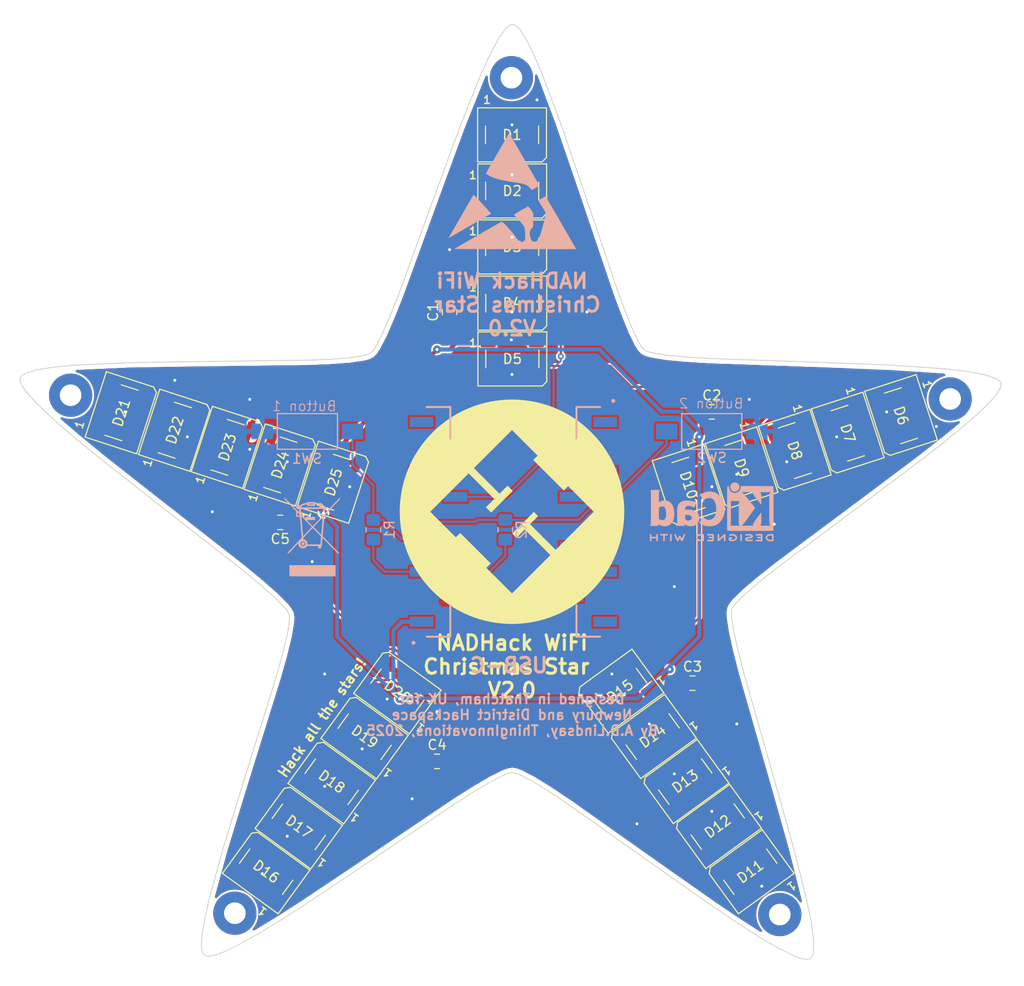
<source format=kicad_pcb>
(kicad_pcb (version 20241229) (generator "pcbnew") (generator_version "9.0")
  (layers (0 "F.Cu" signal) (2 "B.Cu" signal) (13 "F.Paste" user) (15 "B.Paste" user) (5 "F.SilkS" user "F.Silkscreen") (7 "B.SilkS" user "B.Silkscreen") (1 "F.Mask" user) (3 "B.Mask" user) (25 "Edge.Cuts" user))
  (net 0 "")
  (net 1 "5V_USB")
  (net 2 "/LED_STRIP")
  (net 3 "Net-(D1-DOUT)")
  (net 4 "Net-(D2-DOUT)")
  (net 5 "Net-(D3-DOUT)")
  (net 6 "Net-(D4-DOUT)")
  (net 7 "Net-(D5-DOUT)")
  (net 8 "Net-(D6-DOUT)")
  (net 9 "Net-(D7-DOUT)")
  (net 10 "Net-(D8-DOUT)")
  (net 11 "Net-(D10-DIN)")
  (net 12 "Net-(D10-DOUT)")
  (net 13 "Net-(D11-DOUT)")
  (net 14 "Net-(D12-DOUT)")
  (net 15 "Net-(D13-DOUT)")
  (net 16 "Net-(D14-DOUT)")
  (net 17 "Net-(D15-DOUT)")
  (net 18 "Net-(D16-DOUT)")
  (net 19 "Net-(D17-DOUT)")
  (net 20 "Net-(D18-DOUT)")
  (net 21 "Net-(D19-DOUT)")
  (net 22 "GND")
  (net 23 "Net-(D20-DOUT)")
  (net 24 "Net-(D21-DOUT)")
  (net 25 "Net-(D22-DOUT)")
  (net 26 "Net-(D23-DOUT)")
  (net 27 "Net-(D24-DOUT)")
  (net 29 "/GPIO1")
  (net 31 "/3V3")
  (net 33 "/GPIO0")
  (footprint "LED_SMD:LED_WS2812B_PLCC4_5.0x5.0mm_P3.2mm" (layer "F.Cu") (at 149.880788 57.528045)
    (property "Reference" "D2")
    (property "Value" "WS2812B" (hide yes))
  )
  (footprint "MountingHole:MountingHole_2.2mm_M2_Pad" (layer "F.Cu") (at 194.421414 78.697463)
    (property "Reference" "H3" (hide yes))
    (property "Value" "MountingHole" (hide yes))
  )
  (footprint "LED_SMD:LED_WS2812B_PLCC4_5.0x5.0mm_P3.2mm" (layer "F.Cu") (at 131.711468 87.168073 72)
    (property "Reference" "D25")
    (property "Value" "WS2812B" (hide yes))
  )
  (footprint "LED_SMD:LED_WS2812B_PLCC4_5.0x5.0mm_P3.2mm" (layer "F.Cu") (at 184.004872 82.181529 -72)
    (property "Reference" "D7")
    (property "Value" "WS2812B" (hide yes))
  )
  (footprint "MyGraphics:NADHack-Small" (layer "F.Cu") (at 149.86 90.17)
    (property "Reference" "REF**" (hide yes))
    (property "Value" "NADHack-Small" (hide yes))
  )
  (footprint "Capacitor_SMD:C_0805_2012Metric_Pad1.18x1.45mm_HandSolder" (layer "F.Cu") (at 143.51 69.85 90)
    (property "Reference" "C1")
    (property "Value" "100nF" (hide yes))
  )
  (footprint "LED_SMD:LED_WS2812B_PLCC4_5.0x5.0mm_P3.2mm" (layer "F.Cu") (at 131.524486 117.644919 144)
    (property "Reference" "D18")
    (property "Value" "WS2812B" (hide yes))
  )
  (footprint "MountingHole:MountingHole_2.2mm_M2_Pad" (layer "F.Cu") (at 104.970372 78.314655)
    (property "Reference" "H2" (hide yes))
    (property "Value" "MountingHole" (hide yes))
  )
  (footprint "Capacitor_SMD:C_0805_2012Metric_Pad1.18x1.45mm_HandSolder" (layer "F.Cu") (at 170.18 80.01)
    (property "Reference" "C2")
    (property "Value" "100nF" (hide yes))
  )
  (footprint "Capacitor_SMD:C_0805_2012Metric_Pad1.18x1.45mm_HandSolder" (layer "F.Cu") (at 168.219529 107.613382)
    (property "Reference" "C3")
    (property "Value" "100nF" (hide yes))
  )
  (footprint "LED_SMD:LED_WS2812B_PLCC4_5.0x5.0mm_P3.2mm" (layer "F.Cu") (at 174.098997 126.8 -144)
    (property "Reference" "D11")
    (property "Value" "WS2812B" (hide yes))
  )
  (footprint "LED_SMD:LED_WS2812B_PLCC4_5.0x5.0mm_P3.2mm" (layer "F.Cu") (at 149.8956 74.620436)
    (property "Reference" "D5")
    (property "Value" "WS2812B" (hide yes))
  )
  (footprint "LED_SMD:LED_WS2812B_PLCC4_5.0x5.0mm_P3.2mm" (layer "F.Cu") (at 149.879046 63.226476)
    (property "Reference" "D3")
    (property "Value" "WS2812B" (hide yes))
  )
  (footprint "LED_SMD:LED_WS2812B_PLCC4_5.0x5.0mm_P3.2mm" (layer "F.Cu") (at 128.180968 122.22846 144)
    (property "Reference" "D17")
    (property "Value" "WS2812B" (hide yes))
  )
  (footprint "Capacitor_SMD:C_0805_2012Metric_Pad1.18x1.45mm_HandSolder" (layer "F.Cu") (at 142.24 115.57)
    (property "Reference" "C4")
    (property "Value" "100nF" (hide yes))
  )
  (footprint "LED_SMD:LED_WS2812B_PLCC4_5.0x5.0mm_P3.2mm" (layer "F.Cu") (at 167.480249 117.622252 -144)
    (property "Reference" "D13")
    (property "Value" "WS2812B" (hide yes))
  )
  (footprint "LED_SMD:LED_WS2812B_PLCC4_5.0x5.0mm_P3.2mm" (layer "F.Cu") (at 149.864327 51.825447)
    (property "Reference" "D1")
    (property "Value" "WS2812B" (hide yes))
  )
  (footprint "LED_SMD:LED_WS2812B_PLCC4_5.0x5.0mm_P3.2mm" (layer "F.Cu") (at 115.573189 81.875971 72)
    (property "Reference" "D22")
    (property "Value" "WS2812B" (hide yes))
  )
  (footprint "MountingHole:MountingHole_2.2mm_M2_Pad" (layer "F.Cu") (at 121.674966 131.018278)
    (property "Reference" "H4" (hide yes))
    (property "Value" "MountingHole" (hide yes))
  )
  (footprint "LED_SMD:LED_WS2812B_PLCC4_5.0x5.0mm_P3.2mm" (layer "F.Cu") (at 178.618756 83.94309 -72)
    (property "Reference" "D8")
    (property "Value" "WS2812B" (hide yes))
  )
  (footprint "LED_SMD:LED_WS2812B_PLCC4_5.0x5.0mm_P3.2mm" (layer "F.Cu") (at 124.856551 126.8 144)
    (property "Reference" "D16")
    (property "Value" "WS2812B" (hide yes))
  )
  (footprint "LED_SMD:LED_WS2812B_PLCC4_5.0x5.0mm_P3.2mm" (layer "F.Cu") (at 149.892702 68.945143)
    (property "Reference" "D4")
    (property "Value" "WS2812B" (hide yes))
  )
  (footprint "LED_SMD:LED_WS2812B_PLCC4_5.0x5.0mm_P3.2mm" (layer "F.Cu") (at 126.306757 85.406949 72)
    (property "Reference" "D24")
    (property "Value" "WS2812B" (hide yes))
  )
  (footprint "MountingHole:MountingHole_2.2mm_M2_Pad" (layer "F.Cu") (at 177.092341 131.155072)
    (property "Reference" "H5" (hide yes))
    (property "Value" "MountingHole" (hide yes))
  )
  (footprint "Capacitor_SMD:C_0805_2012Metric_Pad1.18x1.45mm_HandSolder" (layer "F.Cu") (at 126.289222 91.258685 180)
    (property "Reference" "C5")
    (property "Value" "100nF" (hide yes))
  )
  (footprint "LED_SMD:LED_WS2812B_PLCC4_5.0x5.0mm_P3.2mm" (layer "F.Cu") (at 164.164112 113.033549 -144)
    (property "Reference" "D14")
    (property "Value" "WS2812B" (hide yes))
  )
  (footprint "LED_SMD:LED_WS2812B_PLCC4_5.0x5.0mm_P3.2mm" (layer "F.Cu") (at 167.819853 87.462647 -72)
    (property "Reference" "D10")
    (property "Value" "WS2812B" (hide yes))
  )
  (footprint "LED_SMD:LED_WS2812B_PLCC4_5.0x5.0mm_P3.2mm" (layer "F.Cu") (at 110.143853 80.097562 72)
    (property "Reference" "D21")
    (property "Value" "WS2812B" (hide yes))
  )
  (footprint "LED_SMD:LED_WS2812B_PLCC4_5.0x5.0mm_P3.2mm" (layer "F.Cu") (at 170.783643 122.201837 -144)
    (property "Reference" "D12")
    (property "Value" "WS2812B" (hide yes))
  )
  (footprint "LED_SMD:LED_WS2812B_PLCC4_5.0x5.0mm_P3.2mm" (layer "F.Cu") (at 189.421586 80.396297 -72)
    (property "Reference" "D6")
    (property "Value" "WS2812B" (hide yes))
  )
  (footprint "LED_SMD:LED_WS2812B_PLCC4_5.0x5.0mm_P3.2mm" (layer "F.Cu") (at 134.86672 113.072914 144)
    (property "Reference" "D19")
    (property "Value" "WS2812B" (hide yes))
  )
  (footprint "MountingHole:MountingHole_2.2mm_M2_Pad" (layer "F.Cu") (at 149.801613 46.007789)
    (property "Reference" "H1" (hide yes))
    (property "Value" "MountingHole" (hide yes))
  )
  (footprint "LED_SMD:LED_WS2812B_PLCC4_5.0x5.0mm_P3.2mm" (layer "F.Cu") (at 173.208927 85.714023 -72)
    (property "Reference" "D9")
    (property "Value" "WS2812B" (hide yes))
  )
  (footprint "LED_SMD:LED_WS2812B_PLCC4_5.0x5.0mm_P3.2mm" (layer "F.Cu") (at 138.203747 108.484304 144)
    (property "Reference" "D20")
    (property "Value" "WS2812B" (hide yes))
  )
  (footprint "LED_SMD:LED_WS2812B_PLCC4_5.0x5.0mm_P3.2mm" (layer "F.Cu") (at 160.848048 108.428592 -144)
    (property "Reference" "D15")
    (property "Value" "WS2812B" (hide yes))
  )
  (footprint "LED_SMD:LED_WS2812B_PLCC4_5.0x5.0mm_P3.2mm" (layer "F.Cu") (at 120.930997 83.621419 72)
    (property "Reference" "D23")
    (property "Value" "WS2812B" (hide yes))
  )
  (footprint "Symbol:ESD-Logo_13.2x12mm_SilkScreen" (layer "B.Cu") (at 149.880788 57.528045 180)
    (property "Reference" "REF**" (hide yes))
    (property "Value" "ESD-Logo_13.2x12mm_SilkScreen" (hide yes))
  )
  (footprint "Symbol:WEEE-Logo_5.6x8mm_SilkScreen" (layer "B.Cu") (at 129.54 92.71 180)
    (property "Reference" "REF**" (hide yes))
    (property "Value" "WEEE-Logo_5.6x8mm_SilkScreen" (hide yes))
  )
  (footprint "Symbol:KiCad-Logo2_5mm_SilkScreen" (layer "B.Cu") (at 170.18 90.17 180)
    (property "Reference" "REF**" (hide yes))
    (property "Value" "KiCad-Logo2_5mm_SilkScreen" (hide yes))
  )
  (footprint "Button_Switch_SMD:SW_SPST_FSMSM" (layer "B.Cu") (at 170.18 82 180)
    (property "Reference" "SW2")
    (property "Value" "SW_Push" (hide yes))
  )
  (footprint "Button_Switch_SMD:SW_SPST_FSMSM" (layer "B.Cu") (at 129.05 82)
    (property "Reference" "SW1")
    (property "Value" "SW_Push" (hide yes))
  )
  (footprint "Resistor_SMD:R_0805_2012Metric_Pad1.20x1.40mm_HandSolder" (layer "B.Cu") (at 135.759741 92 90)
    (property "Reference" "R1")
    (property "Value" "10K" (hide yes))
  )
  (footprint "Resistor_SMD:R_0805_2012Metric_Pad1.20x1.40mm_HandSolder" (layer "B.Cu") (at 149.177275 92 90)
    (property "Reference" "R2")
    (property "Value" "10K" (hide yes))
  )
  (footprint "SSW-109-22-F-S-VS:SAMTEC_SSW-109-22-X-S-VS" (layer "B.Cu") (at 157.62 91.2 -90)
    (property "Reference" "J2" (hide yes))
    (property "Value" "SSW-109-22-X-S-VS" (hide yes))
  )
  (footprint "SSW-109-22-F-S-VS:SAMTEC_SSW-109-22-X-S-VS" (layer "B.Cu") (at 142.38 91.2 90)
    (property "Reference" "J1" (hide yes))
    (property "Value" "SSW-109-22-X-S-VS" (hide yes))
  )
  (gr_poly (pts (xy 150.173545 40.662787) (xy 150.486668 40.923435) (xy 150.827271 41.346248) (xy 151.193276 41.920005) (xy 151.993174 43.475464) (xy 152.86973 45.500034) (xy 154.786294 50.597408) (xy 156.809915 56.493922) (xy 160.646118 67.811543) (xy 161.464186 70.018213) (xy 162.192597 71.796238) (xy 162.81472 73.055842) (xy 163.080726 73.463181) (xy 163.313924 73.707249) (xy 163.622025 73.860842) (xy 164.098202 73.998988) (xy 165.508859 74.233868) (xy 167.45404 74.421745) (xy 169.841895 74.572477) (xy 181.982982 75.001095) (xy 188.321389 75.248817) (xy 193.858609 75.623957) (xy 196.097142 75.883952) (xy 197.85982 76.205372) (xy 199.05479 76.598076) (xy 199.410681 76.824239) (xy 199.5902 77.071919) (xy 199.590205 77.071914) (xy 199.590207 77.071912) (xy 199.590209 77.07191) (xy 199.59021 77.071908) (xy 199.590211 77.071907) (xy 199.590212 77.071906) (xy 199.590212 77.071905) (xy 199.590213 77.071905) (xy 199.590213 77.071904) (xy 199.590213 77.071903) (xy 199.590214 77.071902) (xy 199.590214 77.071901) (xy 199.590214 77.0719) (xy 199.590215 77.071899) (xy 199.590215 77.071898) (xy 199.590215 77.071896) (xy 199.590215 77.071894) (xy 199.590215 77.071889) (xy 199.594852 77.368539) (xy 199.443721 77.746882) (xy 199.146853 78.201472) (xy 198.714278 78.726864) (xy 197.48213 79.968276) (xy 195.827519 81.427558) (xy 193.830687 83.06115) (xy 191.571876 84.825492) (xy 186.58929 88.572191) (xy 177.011043 95.717973) (xy 175.165171 97.177901) (xy 173.69926 98.420102) (xy 172.693553 99.401018) (xy 172.388352 99.779881) (xy 172.228292 100.077088) (xy 172.177426 100.417574) (xy 172.19319 100.913135) (xy 172.405725 102.327333) (xy 172.828139 104.235369) (xy 173.422673 106.552933) (xy 176.766837 118.232244) (xy 178.489915 124.336977) (xy 179.844231 129.719112) (xy 180.288707 131.928426) (xy 180.527716 133.704158) (xy 180.523501 134.961995) (xy 180.418384 135.370356) (xy 180.238302 135.617627) (xy 179.957603 135.713706) (xy 179.551076 135.686885) (xy 179.026999 135.545022) (xy 178.393648 135.295974) (xy 176.832241 134.507748) (xy 174.933078 133.385062) (xy 172.762384 131.99077) (xy 170.386384 130.387726) (xy 165.283357 126.8068) (xy 155.527475 119.905519) (xy 153.568596 118.601135) (xy 151.934203 117.590834) (xy 150.690519 116.937471) (xy 150.235888 116.764283) (xy 149.903768 116.7039) (xy 149.564228 116.760738) (xy 149.097792 116.928865) (xy 147.818487 117.568005) (xy 146.13437 118.559358) (xy 144.113957 119.840958) (xy 134.039678 126.630548) (xy 128.766193 130.155759) (xy 126.310171 131.734093) (xy 124.065986 133.106961) (xy 122.102154 134.212399) (xy 120.487191 134.988441) (xy 119.831947 135.233576) (xy 119.289614 135.373125) (xy 118.868757 135.399344) (xy 118.577939 135.304486) (xy 118.399821 135.067217) (xy 118.299704 134.6723) (xy 118.272673 134.130036) (xy 118.313815 133.450725) (xy 118.58096 131.722164) (xy 119.061823 129.569026) (xy 120.507453 124.318636) (xy 122.336194 118.358803) (xy 125.884972 106.947793) (xy 126.520189 104.681711) (xy 126.975988 102.81511) (xy 127.213054 101.430394) (xy 127.237278 100.944496) (xy 127.192075 100.609971) (xy 127.033095 100.304613) (xy 126.72906 99.91296) (xy 125.725873 98.893773) (xy 124.262619 97.598427) (xy 122.419403 96.072936) (xy 112.848993 88.589826) (xy 107.86672 84.663794) (xy 105.606682 82.815712) (xy 103.607514 81.105606) (xy 101.949322 79.579491) (xy 100.712209 78.283382) (xy 100.27659 77.73596) (xy 99.976279 77.263295) (xy 99.821291 76.871139) (xy 99.821637 76.565243) (xy 99.992253 76.322524) (xy 100.336904 76.105271) (xy 101.503053 75.741206) (xy 103.229564 75.461121) (xy 105.425916 75.253093) (xy 110.866058 75.005509) (xy 117.099309 74.903054) (xy 129.048459 74.751941) (xy 131.399924 74.65581) (xy 133.316018 74.512488) (xy 134.70622 74.31005) (xy 135.175824 74.182936) (xy 135.480008 74.036572) (xy 135.721294 73.791013) (xy 135.999826 73.380831) (xy 136.659128 72.111799) (xy 137.438905 70.319879) (xy 138.320147 68.095474) (xy 142.479588 56.681068) (xy 144.673859 50.729437) (xy 146.741732 45.579153) (xy 147.680745 43.530524) (xy 148.531131 41.953442) (xy 149.273879 40.938309) (xy 149.598949 40.669724) (xy 149.889982 40.575528)) (stroke (width 0.093976)) (fill no) (layer "Edge.Cuts"))
  (gr_text "Hack all the stars!" (at 126.828878 117.471053 55) (layer "F.SilkS") (effects (font (size 1 1) (thickness 0.2) (bold yes)) (justify left bottom)))
  (gr_text "NADHack WiFi\nChristmas Star \nV2.0" (at 149.86 109.22 0) (layer "F.SilkS") (effects (font (size 1.5 1.5) (thickness 0.3) (bold yes)) (justify bottom)))
  (gr_text "Button 1" (at 132.08 80.01 0) (layer "B.SilkS") (effects (font (size 1 1) (thickness 0.1)) (justify left bottom mirror)))
  (gr_text "Designed in Thatcham, UK for\nNewbury and District Hackspace\nBy A.D.Lindsay, ThingInnovations, 2025" (at 149.86 113.03 0) (layer "B.SilkS") (effects (font (size 1 1) (thickness 0.2) (bold yes)) (justify bottom mirror)))
  (gr_text "USB-C" (at 153.67 106.68 0) (layer "B.SilkS") (effects (font (size 1.5 1.5) (thickness 0.3) (bold yes)) (justify left bottom mirror)))
  (gr_text "NADHack WiFi\nChristmas Star \nV2.0" (at 149.86 72.39 0) (layer "B.SilkS") (effects (font (size 1.5 1.5) (thickness 0.3) (bold yes)) (justify bottom mirror)))
  (gr_text "Button 2" (at 173.469123 79.74371 0) (layer "B.SilkS") (effects (font (size 1 1) (thickness 0.1)) (justify left bottom mirror)))
  (segment (start 173.23527 82.088249) (end 169.371751 82.088249) (width 0.4) (layer "F.Cu") (net 1))
  (segment (start 120.855843 87.69281) (end 123.514771 87.69281) (width 0.4) (layer "F.Cu") (net 1))
  (segment (start 165.530516 107.613382) (end 167.182029 107.613382) (width 0.4) (layer "F.Cu") (net 1))
  (segment (start 136.057736 116.026636) (end 137.657806 116.026636) (width 0.4) (layer "F.Cu") (net 1))
  (segment (start 177.050934 126.694804) (end 177.050934 123.640397) (width 0.4) (layer "F.Cu") (net 1))
  (segment (start 170.917341 115.058091) (end 168.787603 112.928353) (width 0.4) (layer "F.Cu") (net 1))
  (segment (start 168.91 82.55) (end 168.91 84.344685) (width 0.4) (layer "F.Cu") (net 1))
  (segment (start 145.781788 72.121788) (end 146.630436 72.970436) (width 0.4) (layer "F.Cu") (net 1))
  (segment (start 176.096539 80.01) (end 174.021078 82.085461) (width 0.4) (layer "F.Cu") (net 1))
  (segment (start 137.657806 116.026636) (end 139.859866 113.824576) (width 0.4) (layer "F.Cu") (net 1))
  (segment (start 174.021078 82.085461) (end 174.021078 82.874057) (width 0.4) (layer "F.Cu") (net 1))
  (segment (start 174.021078 82.874057) (end 173.23527 82.088249) (width 0.4) (layer "F.Cu") (net 1))
  (segment (start 175.247602 121.837065) (end 173.995156 121.837065) (width 0.4) (layer "F.Cu") (net 1))
  (segment (start 145.86807 62.402538) (end 145.86807 66.432075) (width 0.4) (layer "F.Cu") (net 1))
  (segment (start 125.757206 89.47834) (end 128.895076 89.47834) (width 0.4) (layer "F.Cu") (net 1))
  (segment (start 165.146949 107.996949) (end 165.530516 107.613382) (width 0.4) (layer "F.Cu") (net 1))
  (segment (start 168.787603 112.928353) (end 167.116049 112.928353) (width 0.4) (layer "F.Cu") (net 1))
  (segment (start 129.385133 88.988283) (end 132.08 86.293416) (width 0.4) (layer "F.Cu") (net 1))
  (segment (start 143.51 70.8875) (end 143.51 72.280872) (width 0.4) (layer "F.Cu") (net 1))
  (segment (start 132.08 83.82) (end 142.24 73.66) (width 0.4) (layer "F.Cu") (net 1))
  (segment (start 125.868797 129.574952) (end 127.411899 129.574952) (width 0.4) (layer "F.Cu") (net 1))
  (segment (start 167.116049 112.928353) (end 167.64 112.404402) (width 0.4) (layer "F.Cu") (net 1))
  (segment (start 174.067589 119.326629) (end 171.972821 117.231861) (width 0.4) (layer "F.Cu") (net 1))
  (segment (start 110.068698 84.168953) (end 112.774082 84.168953) (width 0.4) (layer "F.Cu") (net 1))
  (segment (start 141.2025 115.16721) (end 139.859866 113.824576) (width 0.4) (layer "F.Cu") (net 1))
  (segment (start 144.199564 72.970436) (end 147.445601 72.970436) (width 0.4) (layer "F.Cu") (net 1))
  (segment (start 171.972821 117.231861) (end 170.717381 117.231861) (width 0.4) (layer "F.Cu") (net 1))
  (segment (start 146.777419 55.761745) (end 145.703513 56.835651) (width 0.4) (layer "F.Cu") (net 1))
  (segment (start 123.980422 87.701556) (end 125.757206 89.47834) (width 0.4) (layer "F.Cu") (net 1))
  (segment (start 141.2025 115.57) (end 141.2025 115.16721) (width 0.4) (layer "F.Cu") (net 1))
  (segment (start 146.630436 72.970436) (end 147.445601 72.970436) (width 0.4) (layer "F.Cu") (net 1))
  (segment (start 113.246854 83.696181) (end 113.246854 84.213599) (width 0.4) (layer "F.Cu") (net 1))
  (segment (start 170.432186 117.517056) (end 170.917341 117.031901) (width 0.4) (layer "F.Cu") (net 1))
  (segment (start 143.51 73.66) (end 144.199564 72.970436) (width 0.4) (layer "F.Cu") (net 1))
  (segment (start 177.050934 123.640397) (end 175.247602 121.837065) (width 0.4) (layer "F.Cu") (net 1))
  (segment (start 135.878966 115.847866) (end 136.057736 116.026636) (width 0.4) (layer "F.Cu") (net 1))
  (segment (start 134.085745 120.692185) (end 136.327395 118.450535) (width 0.4) (layer "F.Cu") (net 1))
  (segment (start 147.430788 55.878045) (end 147.314488 55.761745) (width 0.4) (layer "F.Cu") (net 1))
  (segment (start 146.604985 50.175447) (end 145.767114 51.013318) (width 0.4) (layer "F.Cu") (net 1))
  (segment (start 170.717381 117.231861) (end 170.432186 117.517056) (width 0.4) (layer "F.Cu") (net 1))
  (segment (start 174.067589 121.764632) (end 174.067589 119.326629) (width 0.4) (layer "F.Cu") (net 1))
  (segment (start 132.08 86.293416) (end 132.08 83.82) (width 0.4) (layer "F.Cu") (net 1))
  (segment (start 130.677333 90.280483) (end 129.385133 88.988283) (width 0.4) (layer "F.Cu") (net 1))
  (segment (start 139.215993 110.005993) (end 138.43 109.22) (width 0.4) (layer "F.Cu") (net 1))
  (segment (start 130.754633 125.269974) (end 133.092304 122.932303) (width 0.4) (layer "F.Cu") (net 1))
  (segment (start 129.385133 90.324867) (end 129.385133 88.988283) (width 0.4) (layer "F.Cu") (net 1))
  (segment (start 146.694132 61.576476) (end 145.86807 62.402538) (width 0.4) (layer "F.Cu") (net 1))
  (segment (start 133.092304 122.932303) (end 133.092304 120.975443) (width 0.4) (layer "F.Cu") (net 1))
  (segment (start 118.604662 85.441629) (end 120.855843 87.69281) (width 0.4) (layer "F.Cu") (net 1))
  (segment (start 169.1425 80.01) (end 169.1425 81.858998) (width 0.4) (layer "F.Cu") (net 1))
  (segment (start 147.414327 50.175447) (end 146.604985 50.175447) (width 0.4) (layer "F.Cu") (net 1))
  (segment (start 167.64 110.49) (end 165.146949 107.996949) (width 0.4) (layer "F.Cu") (net 1))
  (segment (start 115.393255 86.36) (end 117.686291 86.36) (width 0.4) (layer "F.Cu") (net 1))
  (segment (start 184.817024 78.137024) (end 184.817024 79.341563) (width 0.4) (layer "F.Cu") (net 1))
  (segment (start 136.327395 118.450535) (end 136.327395 116.296295) (width 0.4) (layer "F.Cu") (net 1))
  (segment (start 117.686291 86.36) (end 118.604662 85.441629) (width 0.4) (layer "F.Cu") (net 1))
  (segment (start 129.075 89.298416) (end 129.385133 88.988283) (width 0.4) (layer "F.Cu") (net 1))
  (segment (start 133.092304 120.975443) (end 132.536732 120.419871) (width 0.4) (layer "F.Cu") (net 1))
  (segment (start 123.514771 87.69281) (end 123.980422 87.227159) (width 0.4) (layer "F.Cu") (net 1))
  (segment (start 145.767114 54.751441) (end 146.893718 55.878045) (width 0.4) (layer "F.Cu") (net 1))
  (segment (start 143.51 72.280872) (end 144.199564 72.970436) (width 0.4) (layer "F.Cu") (net 1))
  (segment (start 132.536732 120.419871) (end 132.809046 120.692185) (width 0.4) (layer "F.Cu") (net 1))
  (segment (start 145.86807 66.432075) (end 146.731138 67.295143) (width 0.4) (layer "F.Cu") (net 1))
  (segment (start 132.809046 120.692185) (end 134.085745 120.692185) (width 0.4) (layer "F.Cu") (net 1))
  (segment (start 168.91 84.344685) (end 168.632004 84.622681) (width 0.4) (layer "F.Cu") (net 1))
  (segment (start 128.451315 91.258685) (end 129.385133 90.324867) (width 0.4) (layer "F.Cu") (net 1))
  (segment (start 112.774082 84.168953) (end 113.246854 83.696181) (width 0.4) (layer "F.Cu") (net 1))
  (segment (start 179.430908 80.370908) (end 179.430908 81.103124) (width 0.4) (layer "F.Cu") (net 1))
  (segment (start 136.327395 116.296295) (end 135.878966 115.847866) (width 0.4) (layer "F.Cu") (net 1))
  (segment (start 129.754389 127.232462) (end 129.754389 125.564587) (width 0.4) (layer "F.Cu") (net 1))
  (segment (start 189.297688 76.620281) (end 186.333767 76.620281) (width 0.4) (layer "F.Cu") (net 1))
  (segment (start 168.632004 82.827996) (end 168.632004 84.622681) (width 0.4) (layer "F.Cu") (net 1))
  (segment (start 173.995156 121.837065) (end 173.73558 122.096641) (width 0.4) (layer "F.Cu") (net 1))
  (segment (start 165.146949 107.996949) (end 164.126432 107.996949) (width 0.4) (layer "F.Cu") (net 1))
  (segment (start 181.482098 78.319718) (end 179.430908 80.370908) (width 0.4) (layer "F.Cu") (net 1))
  (segment (start 113.246854 84.213599) (end 115.393255 86.36) (width 0.4) (layer "F.Cu") (net 1))
  (segment (start 183.795179 78.319718) (end 181.482098 78.319718) (width 0.4) (layer "F.Cu") (net 1))
  (segment (start 170.917341 117.031901) (end 170.917341 115.058091) (width 0.4) (layer "F.Cu") (net 1))
  (segment (start 164.126432 107.996949) (end 163.799985 108.323396) (width 0.4) (layer "F.Cu") (net 1))
  (segment (start 184.817024 79.341563) (end 183.795179 78.319718) (width 0.4) (layer "F.Cu") (net 1))
  (segment (start 178.337784 80.01) (end 176.096539 80.01) (width 0.4) (layer "F.Cu") (net 1))
  (segment (start 127.326722 91.258685) (end 128.451315 91.258685) (width 0.4) (layer "F.Cu") (net 1))
  (segment (start 145.781788 68.244493) (end 145.781788 72.121788) (width 0.4) (layer "F.Cu") (net 1))
  (segment (start 145.703513 60.585857) (end 146.694132 61.576476) (width 0.4) (layer "F.Cu") (net 1))
  (segment (start 128.895076 89.47834) (end 129.385133 88.988283) (width 0.4) (layer "F.Cu") (net 1))
  (segment (start 139.215993 111.259256) (end 139.215993 110.005993) (width 0.4) (layer "F.Cu") (net 1))
  (segment (start 107.817518 81.917772) (end 110.068698 84.168953) (width 0.4) (layer "F.Cu") (net 1))
  (segment (start 123.980422 87.227159) (end 123.980422 87.701556) (width 0.4) (layer "F.Cu") (net 1))
  (segment (start 146.731138 67.295143) (end 147.442702 67.295143) (width 0.4) (layer "F.Cu") (net 1))
  (segment (start 145.767114 51.013318) (end 145.767114 54.751441) (width 0.4) (layer "F.Cu") (net 1))
  (segment (start 146.893718 55.878045) (end 147.430788 55.878045) (width 0.4) (layer "F.Cu") (net 1))
  (segment (start 127.411899 129.574952) (end 129.754389 127.232462) (width 0.4) (layer "F.Cu") (net 1))
  (segment (start 167.64 112.404402) (end 167.64 110.49) (width 0.4) (layer "F.Cu") (net 1))
  (segment (start 129.459776 125.269974) (end 130.754633 125.269974) (width 0.4) (layer "F.Cu") (net 1))
  (segment (start 146.694132 61.576476) (end 147.429046 61.576476) (width 0.4) (layer "F.Cu") (net 1))
  (segment (start 169.371751 82.088249) (end 168.632004 82.827996) (width 0.4) (layer "F.Cu") (net 1))
  (segment (start 169.1425 81.858998) (end 169.371751 82.088249) (width 0.4) (layer "F.Cu") (net 1))
  (segment (start 139.859866 113.824576) (end 139.859866 111.903129) (width 0.4) (layer "F.Cu") (net 1))
  (segment (start 190.233738 77.556331) (end 189.297688 76.620281) (width 0.4) (layer "F.Cu") (net 1))
  (segment (start 145.703513 56.835651) (end 145.703513 60.585857) (width 0.4) (layer "F.Cu") (net 1))
  (segment (start 142.24 73.66) (end 143.51 73.66) (width 0.4) (layer "F.Cu") (net 1))
  (segment (start 146.731138 67.295143) (end 145.781788 68.244493) (width 0.4) (layer "F.Cu") (net 1))
  (segment (start 129.193214 125.003412) (end 129.459776 125.269974) (width 0.4) (layer "F.Cu") (net 1))
  (segment (start 165.906691 106.216691) (end 163.799985 108.323396) (width 0.4) (layer "F.Cu") (net 1))
  (segment (start 173.73558 122.096641) (end 174.067589 121.764632) (width 0.4) (layer "F.Cu") (net 1))
  (segment (start 179.430908 81.103124) (end 178.337784 80.01) (width 0.4) (layer "F.Cu") (net 1))
  (segment (start 129.754389 125.564587) (end 129.193214 125.003412) (width 0.4) (layer "F.Cu") (net 1))
  (segment (start 186.333767 76.620281) (end 184.817024 78.137024) (width 0.4) (layer "F.Cu") (net 1))
  (segment (start 147.314488 55.761745) (end 146.777419 55.761745) (width 0.4) (layer "F.Cu") (net 1))
  (segment (start 139.859866 111.903129) (end 139.215993 111.259256) (width 0.4) (layer "F.Cu") (net 1))
  (via (at 138.43 109.22) (size 0.8) (drill 0.3) (layers "F.Cu" "B.Cu") (net 1))
  (via (at 130.688425 90.291575) (size 0.8) (drill 0.3) (layers "F.Cu" "B.Cu") (net 1))
  (via (at 142.24 73.66) (size 0.8) (drill 0.3) (layers "F.Cu" "B.Cu") (net 1))
  (via (at 165.906691 106.216691) (size 0.8) (drill 0.3) (layers "F.Cu" "B.Cu") (net 1))
  (via (at 168.91 82.55) (size 0.8) (drill 0.3) (layers "F.Cu" "B.Cu") (net 1))
  (segment (start 132.08 102.87) (end 138.43 109.22) (width 0.4) (layer "B.Cu") (net 1))
  (segment (start 158.75 73.66) (end 142.24 73.66) (width 0.4) (layer "B.Cu") (net 1))
  (segment (start 165.075858 79.985858) (end 158.75 73.66) (width 0.4) (layer "B.Cu") (net 1))
  (segment (start 167.081 80.04937) (end 167.081 79.985858) (width 0.4) (layer "B.Cu") (net 1))
  (segment (start 168.91 81.87837) (end 167.081 80.04937) (width 0.4) (layer "B.Cu") (net 1))
  (segment (start 168.91 82.55) (end 168.91 102.87) (width 0.4) (layer "B.Cu") (net 1))
  (segment (start 165.563309 106.216691) (end 162.614578 109.165422) (width 0.4) (layer "B.Cu") (net 1))
  (segment (start 165.906691 105.873309) (end 165.906691 106.216691) (width 0.4) (layer "B.Cu") (net 1))
  (segment (start 167.081 79.985858) (end 165.075858 79.985858) (width 0.4) (layer "B.Cu") (net 1))
  (segment (start 168.91 82.55) (end 168.91 81.87837) (width 0.4) (layer "B.Cu") (net 1))
  (segment (start 130.688425 90.291575) (end 132.08 91.68315) (width 0.4) (layer "B.Cu") (net 1))
  (segment (start 162.614578 109.165422) (end 138.484578 109.165422) (width 0.4) (layer "B.Cu") (net 1))
  (segment (start 137.795 108.585) (end 137.795 102.235) (width 0.4) (layer "B.Cu") (net 1))
  (segment (start 165.906691 106.216691) (end 165.563309 106.216691) (width 0.4) (layer "B.Cu") (net 1))
  (segment (start 138.67 101.36) (end 140.665 101.36) (width 0.4) (layer "B.Cu") (net 1))
  (segment (start 138.43 109.22) (end 137.795 108.585) (width 0.4) (layer "B.Cu") (net 1))
  (segment (start 137.795 102.235) (end 138.67 101.36) (width 0.4) (layer "B.Cu") (net 1))
  (segment (start 132.08 91.68315) (end 132.08 102.87) (width 0.4) (layer "B.Cu") (net 1))
  (segment (start 168.91 102.87) (end 165.906691 105.873309) (width 0.4) (layer "B.Cu") (net 1))
  (segment (start 138.484578 109.165422) (end 138.43 109.22) (width 0.4) (layer "B.Cu") (net 1))
  (segment (start 154.821814 74.36) (end 154.821814 59.417301) (width 0.2) (layer "F.Cu") (net 2))
  (segment (start 154.821814 59.417301) (end 153.67 58.265487) (width 0.2) (layer "F.Cu") (net 2))
  (segment (start 153.67 58.265487) (end 153.67 51.53112) (width 0.2) (layer "F.Cu") (net 2))
  (segment (start 153.67 51.53112) (end 152.314327 50.175447) (width 0.2) (layer "F.Cu") (net 2))
  (via (at 154.821814 74.36) (size 0.6) (drill 0.3) (layers "F.Cu" "B.Cu") (net 2))
  (segment (start 154.082528 75.5511) (end 154.082528 83.784944) (width 0.2) (layer "B.Cu") (net 2))
  (segment (start 154.821814 74.36) (end 154.821814 74.811814) (width 0.2) (layer "B.Cu") (net 2))
  (segment (start 154.082528 83.784944) (end 149.207472 88.66) (width 0.2) (layer "B.Cu") (net 2))
  (segment (start 154.821814 74.811814) (end 154.082528 75.5511) (width 0.2) (layer "B.Cu") (net 2))
  (segment (start 149.207472 88.66) (end 144.095 88.66) (width 0.2) (layer "B.Cu") (net 2))
  (segment (start 151.094416 55.878045) (end 152.330788 55.878045) (width 0.2) (layer "F.Cu") (net 3))
  (segment (start 148.691818 53.475447) (end 151.094416 55.878045) (width 0.2) (layer "F.Cu") (net 3))
  (segment (start 147.414327 53.475447) (end 148.691818 53.475447) (width 0.2) (layer "F.Cu") (net 3))
  (segment (start 147.430788 59.178045) (end 149.00433 59.178045) (width 0.2) (layer "F.Cu") (net 4))
  (segment (start 149.00433 59.178045) (end 151.402761 61.576476) (width 0.2) (layer "F.Cu") (net 4))
  (segment (start 151.402761 61.576476) (end 152.329046 61.576476) (width 0.2) (layer "F.Cu") (net 4))
  (segment (start 148.631308 64.876476) (end 151.049975 67.295143) (width 0.2) (layer "F.Cu") (net 5))
  (segment (start 151.049975 67.295143) (end 152.342702 67.295143) (width 0.2) (layer "F.Cu") (net 5))
  (segment (start 147.429046 64.876476) (end 148.631308 64.876476) (width 0.2) (layer "F.Cu") (net 5))
  (segment (start 147.442702 70.595143) (end 148.831795 70.595143) (width 0.2) (layer "F.Cu") (net 6))
  (segment (start 151.207088 72.970436) (end 152.3456 72.970436) (width 0.2) (layer "F.Cu") (net 6))
  (segment (start 148.831795 70.595143) (end 151.207088 72.970436) (width 0.2) (layer "F.Cu") (net 6))
  (segment (start 159.881838 75.331) (end 148.385036 75.331) (width 0.2) (layer "F.Cu") (net 7))
  (segment (start 191.316281 81.784867) (end 191.316281 77.20645) (width 0.2) (layer "F.Cu") (net 7))
  (segment (start 191.747921 82.216507) (end 191.316281 81.784867) (width 0.2) (layer "F.Cu") (net 7))
  (segment (start 190.229112 76.119281) (end 182.143848 76.119281) (width 0.2) (layer "F.Cu") (net 7))
  (segment (start 182.143848 76.119281) (end 180.793129 77.47) (width 0.2) (layer "F.Cu") (net 7))
  (segment (start 180.793129 77.47) (end 162.020838 77.47) (width 0.2) (layer "F.Cu") (net 7))
  (segment (start 191.316281 77.20645) (end 190.229112 76.119281) (width 0.2) (layer "F.Cu") (net 7))
  (segment (start 148.385036 75.331) (end 147.4456 76.270436) (width 0.2) (layer "F.Cu") (net 7))
  (segment (start 162.020838 77.47) (end 159.881838 75.331) (width 0.2) (layer "F.Cu") (net 7))
  (segment (start 187.095251 78.576087) (end 187.095251 83.237695) (width 0.2) (layer "F.Cu") (net 8))
  (segment (start 187.095251 83.237695) (end 186.331207 84.001739) (width 0.2) (layer "F.Cu") (net 8))
  (segment (start 181.678537 80.361319) (end 181.678537 85.029854) (width 0.2) (layer "F.Cu") (net 9))
  (segment (start 181.678537 85.029854) (end 180.945091 85.7633) (width 0.2) (layer "F.Cu") (net 9))
  (segment (start 176.292421 82.12288) (end 176.292421 86.777074) (width 0.2) (layer "F.Cu") (net 10))
  (segment (start 176.292421 86.777074) (end 175.535262 87.534233) (width 0.2) (layer "F.Cu") (net 10))
  (segment (start 170.882592 83.893813) (end 170.882592 88.546453) (width 0.2) (layer "F.Cu") (net 11))
  (segment (start 170.882592 88.546453) (end 170.146188 89.282857) (width 0.2) (layer "F.Cu") (net 11))
  (segment (start 165.493518 85.642437) (end 168.91 89.058919) (width 0.2) (layer "F.Cu") (net 12))
  (segment (start 158.698615 111.138519) (end 158.698615 116.011635) (width 0.2) (layer "F.Cu") (net 12))
  (segment (start 172.261932 129.574952) (end 173.086751 129.574952) (width 0.2) (layer "F.Cu") (net 12))
  (segment (start 168.91 89.058919) (end 168.91 100.927134) (width 0.2) (layer "F.Cu") (net 12))
  (segment (start 168.91 100.927134) (end 158.698615 111.138519) (width 0.2) (layer "F.Cu") (net 12))
  (segment (start 158.698615 116.011635) (end 172.261932 129.574952) (width 0.2) (layer "F.Cu") (net 12))
  (segment (start 175.111243 124.025048) (end 170.723138 124.025048) (width 0.2) (layer "F.Cu") (net 13))
  (segment (start 170.723138 124.025048) (end 169.771397 124.976789) (width 0.2) (layer "F.Cu") (net 13))
  (segment (start 167.438322 119.426885) (end 166.468003 120.397204) (width 0.2) (layer "F.Cu") (net 14))
  (segment (start 171.795889 119.426885) (end 167.438322 119.426885) (width 0.2) (layer "F.Cu") (net 14))
  (segment (start 168.492495 114.8473) (end 164.113067 114.8473) (width 0.2) (layer "F.Cu") (net 15))
  (segment (start 164.113067 114.8473) (end 163.151866 115.808501) (width 0.2) (layer "F.Cu") (net 15))
  (segment (start 165.176358 110.258597) (end 160.780749 110.258597) (width 0.2) (layer "F.Cu") (net 16))
  (segment (start 160.780749 110.258597) (end 159.835802 111.203544) (width 0.2) (layer "F.Cu") (net 16))
  (segment (start 124.46 120.331776) (end 123.19 121.601776) (width 0.2) (layer "F.Cu") (net 17))
  (segment (start 158.130017 112.379983) (end 156.93025 113.57975) (width 0.2) (layer "F.Cu") (net 17))
  (segment (start 124.46 116.986759) (end 124.46 120.331776) (width 0.2) (layer "F.Cu") (net 17))
  (segment (start 121.904614 124.475386) (end 121.904614 126.694804) (width 0.2) (layer "F.Cu") (net 17))
  (segment (start 161.29 107.980034) (end 158.130017 111.140017) (width 0.2) (layer "F.Cu") (net 17))
  (segment (start 144.05975 113.57975) (end 137.788291 107.308291) (width 0.2) (layer "F.Cu") (net 17))
  (segment (start 134.138468 107.308291) (end 124.46 116.986759) (width 0.2) (layer "F.Cu") (net 17))
  (segment (start 122.707118 122.791624) (end 122.707118 123.672882) (width 0.2) (layer "F.Cu") (net 17))
  (segment (start 122.707118 123.672882) (end 121.904614 124.475386) (width 0.2) (layer "F.Cu") (net 17))
  (segment (start 123.19 122.308742) (end 122.707118 122.791624) (width 0.2) (layer "F.Cu") (net 17))
  (segment (start 158.130017 111.140017) (end 158.130017 112.379983) (width 0.2) (layer "F.Cu") (net 17))
  (segment (start 161.29 106.223934) (end 161.29 107.980034) (width 0.2) (layer "F.Cu") (net 17))
  (segment (start 161.860294 105.65364) (end 161.29 106.223934) (width 0.2) (layer "F.Cu") (net 17))
  (segment (start 137.788291 107.308291) (end 134.138468 107.308291) (width 0.2) (layer "F.Cu") (net 17))
  (segment (start 156.93025 113.57975) (end 144.05975 113.57975) (width 0.2) (layer "F.Cu") (net 17))
  (segment (start 123.19 121.601776) (end 123.19 122.308742) (width 0.2) (layer "F.Cu") (net 17))
  (segment (start 127.808488 126.905196) (end 125.22903 124.325738) (width 0.2) (layer "F.Cu") (net 18))
  (segment (start 125.22903 124.325738) (end 125.22903 122.123264) (width 0.2) (layer "F.Cu") (net 18))
  (segment (start 128.572548 119.773298) (end 128.572548 117.539723) (width 0.2) (layer "F.Cu") (net 19))
  (segment (start 131.132906 122.333656) (end 128.572548 119.773298) (width 0.2) (layer "F.Cu") (net 19))
  (segment (start 131.914782 115.188473) (end 131.914782 112.967718) (width 0.2) (layer "F.Cu") (net 20))
  (segment (start 134.476424 117.750115) (end 131.914782 115.188473) (width 0.2) (layer "F.Cu") (net 20))
  (segment (start 137.818658 113.17811) (end 135.251809 110.611261) (width 0.2) (layer "F.Cu") (net 21))
  (segment (start 135.251809 110.611261) (end 135.251809 108.379108) (width 0.2) (layer "F.Cu") (net 21))
  (via (at 176.53 91.44) (size 0.6) (drill 0.3) (layers "F.Cu" "B.Cu") (net 22))
  (via (at 123.19 83.82) (size 0.6) (drill 0.3) (layers "F.Cu" "B.Cu") (net 22))
  (via (at 149.86 76.2) (size 0.6) (drill 0.3) (layers "F.Cu" "B.Cu") (net 22))
  (via (at 115.57 76.792844) (size 0.6) (drill 0.3) (layers "F.Cu" "B.Cu") (net 22))
  (via (at 149.790482 72.675793) (size 0.6) (drill 0.3) (layers "F.Cu" "B.Cu") (net 22))
  (via (at 119.38 90.17) (size 0.6) (drill 0.3) (layers "F.Cu" "B.Cu") (net 22))
  (via (at 110.49 80.01) (size 0.6) (drill 0.3) (layers "F.Cu" "B.Cu") (net 22))
  (via (at 175.26 128.27) (size 0.6) (drill 0.3) (layers "F.Cu" "B.Cu") (net 22))
  (via (at 127 123.19) (size 0.6) (drill 0.3) (layers "F.Cu" "B.Cu") (net 22))
  (via (at 149.86 106.68) (size 0.6) (drill 0.3) (layers "F.Cu" "B.Cu") (net 22))
  (via (at 127 85.09) (size 0.6) (drill 0.3) (layers "F.Cu" "B.Cu") (net 22))
  (via (at 166.37 116.84) (size 0.6) (drill 0.3) (layers "F.Cu" "B.Cu") (net 22))
  (via (at 172.72 86.36) (size 0.6) (drill 0.3) (layers "F.Cu" "B.Cu") (net 22))
  (via (at 143.51 63.5) (size 0.6) (drill 0.3) (layers "F.Cu" "B.Cu") (net 22))
  (via (at 133.35 87.63) (size 0.6) (drill 0.3) (layers "F.Cu" "B.Cu") (net 22))
  (via (at 134.62 114.3) (size 0.6) (drill 0.3) (layers "F.Cu" "B.Cu") (net 22))
  (via (at 170.18 120.65) (size 0.6) (drill 0.3) (layers "F.Cu" "B.Cu") (net 22))
  (via (at 157.48 69.85) (size 0.6) (drill 0.3) (layers "F.Cu" "B.Cu") (net 22))
  (via (at 162.56 121.92) (size 0.6) (drill 0.3) (layers "F.Cu" "B.Cu") (net 22))
  (via (at 142.24 110.49) (size 0.6) (drill 0.3) (layers "F.Cu" "B.Cu") (net 22))
  (via (at 149.86 62.23) (size 0.6) (drill 0.3) (layers "F.Cu" "B.Cu") (net 22))
  (via (at 152.4 48.26) (size 0.6) (drill 0.3) (layers "F.Cu" "B.Cu") (net 22))
  (via (at 116.84 82.55) (size 0.6) (drill 0.3) (layers "F.Cu" "B.Cu") (net 22))
  (via (at 193.017724 81.490665) (size 0.6) (drill 0.3) (layers "F.Cu" "B.Cu") (net 22))
  (via (at 144.78 106.68) (size 0.6) (drill 0.3) (layers "F.Cu" "B.Cu") (net 22))
  (via (at 166.37 97.79) (size 0.6) (drill 0.3) (layers "F.Cu" "B.Cu") (net 22))
  (via (at 170.18 87.63) (size 0.6) (drill 0.3) (layers "F.Cu" "B.Cu") (net 22))
  (via (at 160.02 106.68) (size 0.6) (drill 0.3) (layers "F.Cu" "B.Cu") (net 22))
  (via (at 173.99 78.74) (size 0.6) (drill 0.3) (layers "F.Cu" "B.Cu") (net 22))
  (via (at 172.72 111.76) (size 0.6) (drill 0.3) (layers "F.Cu" "B.Cu") (net 22))
  (via (at 137.16 109.22) (size 0.6) (drill 0.3) (layers "F.Cu" "B.Cu") (net 22))
  (via (at 149.86 55.88) (size 0.6) (drill 0.3) (layers "F.Cu" "B.Cu") (net 22))
  (via (at 124.46 127) (size 0.6) (drill 0.3) (layers "F.Cu" "B.Cu") (net 22))
  (via (at 149.86 69.85) (size 0.6) (drill 0.3) (layers "F.Cu" "B.Cu") (net 22))
  (via (at 163.83 111.76) (size 0.6) (drill 0.3) (layers "F.Cu" "B.Cu") (net 22))
  (via (at 139.7 119.38) (size 0.6) (drill 0.3) (layers "F.Cu" "B.Cu") (net 22))
  (via (at 177.8 85.09) (size 0.6) (drill 0.3) (layers "F.Cu" "B.Cu") (net 22))
  (via (at 123.19 78.74) (size 0.6) (drill 0.3) (layers "F.Cu" "B.Cu") (net 22))
  (via (at 182.88 82.55) (size 0.6) (drill 0.3) (layers "F.Cu" "B.Cu") (net 22))
  (via (at 130.81 118.11) (size 0.6) (drill 0.3) (layers "F.Cu" "B.Cu") (net 22))
  (via (at 130.81 106.68) (size 0.6) (drill 0.3) (layers "F.Cu" "B.Cu") (net 22))
  (via (at 129.54 95.25) (size 0.6) (drill 0.3) (layers "F.Cu" "B.Cu") (net 22))
  (via (at 149.86 50.8) (size 0.6) (drill 0.3) (layers "F.Cu" "B.Cu") (net 22))
  (via (at 187.96 80.01) (size 0.6) (drill 0.3) (layers "F.Cu" "B.Cu") (net 22))
  (segment (start 108.205504 83.678201) (end 108.869425 83.678201) (width 0.2) (layer "F.Cu") (net 23))
  (segment (start 108.869425 83.678201) (end 109.861177 84.669953) (width 0.2) (layer "F.Cu") (net 23))
  (segment (start 137.933992 104.14) (end 139.473476 105.679484) (width 0.2) (layer "F.Cu") (net 23))
  (segment (start 109.3317 77.257595) (end 109.3317 78.046191) (width 0.2) (layer "F.Cu") (net 23))
  (segment (start 107.331108 83.049196) (end 107.576499 83.049196) (width 0.2) (layer "F.Cu") (net 23))
  (segment (start 139.473476 106.907291) (end 141.155685 108.5895) (width 0.2) (layer "F.Cu") (net 23))
  (segment (start 106.68 82.398088) (end 107.331108 83.049196) (width 0.2) (layer "F.Cu") (net 23))
  (segment (start 112.602792 84.669953) (end 112.760444 84.827605) (width 0.2) (layer "F.Cu") (net 23))
  (segment (start 113.15234 84.827605) (end 115.185735 86.861) (width 0.2) (layer "F.Cu") (net 23))
  (segment (start 112.760444 84.827605) (end 113.15234 84.827605) (width 0.2) (layer "F.Cu") (net 23))
  (segment (start 118.611 86.861) (end 135.89 104.14) (width 0.2) (layer "F.Cu") (net 23))
  (segment (start 109.861177 84.669953) (end 112.602792 84.669953) (width 0.2) (layer "F.Cu") (net 23))
  (segment (start 107.576499 83.049196) (end 108.205504 83.678201) (width 0.2) (layer "F.Cu") (net 23))
  (segment (start 106.68 80.697891) (end 106.68 82.398088) (width 0.2) (layer "F.Cu") (net 23))
  (segment (start 139.473476 105.679484) (end 139.473476 106.907291) (width 0.2) (layer "F.Cu") (net 23))
  (segment (start 115.185735 86.861) (end 118.611 86.861) (width 0.2) (layer "F.Cu") (net 23))
  (segment (start 135.89 104.14) (end 137.933992 104.14) (width 0.2) (layer "F.Cu") (net 23))
  (segment (start 109.3317 78.046191) (end 106.68 80.697891) (width 0.2) (layer "F.Cu") (net 23))
  (segment (start 114.761036 79.132499) (end 114.761036 79.036004) (width 0.2) (layer "F.Cu") (net 24))
  (segment (start 110.956006 82.937529) (end 114.761036 79.132499) (width 0.2) (layer "F.Cu") (net 24))
  (segment (start 120.118844 80.982436) (end 120.118844 80.781452) (width 0.2) (layer "F.Cu") (net 25))
  (segment (start 116.385342 84.715938) (end 120.118844 80.982436) (width 0.2) (layer "F.Cu") (net 25))
  (segment (start 121.74315 86.461386) (end 121.74315 86.318436) (width 0.2) (layer "F.Cu") (net 26))
  (segment (start 121.74315 86.318436) (end 125.494604 82.566982) (width 0.2) (layer "F.Cu") (net 26))
  (segment (start 130.899315 84.466511) (end 130.899315 84.328106) (width 0.2) (layer "F.Cu") (net 27))
  (segment (start 127.11891 88.246916) (end 130.899315 84.466511) (width 0.2) (layer "F.Cu") (net 27))
  (segment (start 159.449 89.471) (end 158.179 89.471) (width 0.2) (layer "B.Cu") (net 29))
  (segment (start 146.150826 91.2) (end 146.350826 91) (width 0.2) (layer "B.Cu") (net 29))
  (segment (start 140.665 91.2) (end 146.150826 91.2) (width 0.2) (layer "B.Cu") (net 29))
  (segment (start 149.177275 91) (end 156.65 91) (width 0.2) (layer "B.Cu") (net 29))
  (segment (start 165.59 82) (end 165.59 83.33) (width 0.2) (layer "B.Cu") (net 29))
  (segment (start 146.350826 91) (end 149.177275 91) (width 0.2) (layer "B.Cu") (net 29))
  (segment (start 165.59 83.33) (end 159.449 89.471) (width 0.2) (layer "B.Cu") (net 29))
  (segment (start 158.179 89.471) (end 156.65 91) (width 0.2) (layer "B.Cu") (net 29))
  (segment (start 135.759741 95.119741) (end 135.759741 93) (width 0.2) (layer "B.Cu") (net 31))
  (segment (start 140.665 96.28) (end 136.92 96.28) (width 0.2) (layer "B.Cu") (net 31))
  (segment (start 140.665 96.28) (end 147.56 96.28) (width 0.2) (layer "B.Cu") (net 31))
  (segment (start 136.92 96.28) (end 135.759741 95.119741) (width 0.2) (layer "B.Cu") (net 31))
  (segment (start 147.56 96.28) (end 149.177275 94.662725) (width 0.2) (layer "B.Cu") (net 31))
  (segment (start 149.177275 94.662725) (end 149.177275 93) (width 0.2) (layer "B.Cu") (net 31))
  (segment (start 138.67 92.95) (end 136.72 91) (width 0.2) (layer "B.Cu") (net 33))
  (segment (start 140.97 92.95) (end 138.67 92.95) (width 0.2) (layer "B.Cu") (net 33))
  (segment (start 135.759741 87.499741) (end 133.64 85.38) (width 0.2) (layer "B.Cu") (net 33))
  (segment (start 144.095 93.74) (end 141.76 93.74) (width 0.2) (layer "B.Cu") (net 33))
  (segment (start 141.76 93.74) (end 140.97 92.95) (width 0.2) (layer "B.Cu") (net 33))
  (segment (start 135.759741 91) (end 135.759741 87.499741) (width 0.2) (layer "B.Cu") (net 33))
  (segment (start 136.72 91) (end 135.759741 91) (width 0.2) (layer "B.Cu") (net 33))
  (segment (start 133.64 85.38) (end 133.64 82) (width 0.2) (layer "B.Cu") (net 33))
  (zone (net 22) (net_name "GND") (layers "F.Cu" "B.Cu") (name "Ground") (connect_pads (clearance 0)) (min_thickness 0.25) (fill yes (thermal_gap 0.5) (thermal_bridge_width 0.5))
    (polygon (pts (xy 97.79 38.1) (xy 201.93 38.1) (xy 201.93 138.43) (xy 97.79 138.43)))
  )
)
</source>
